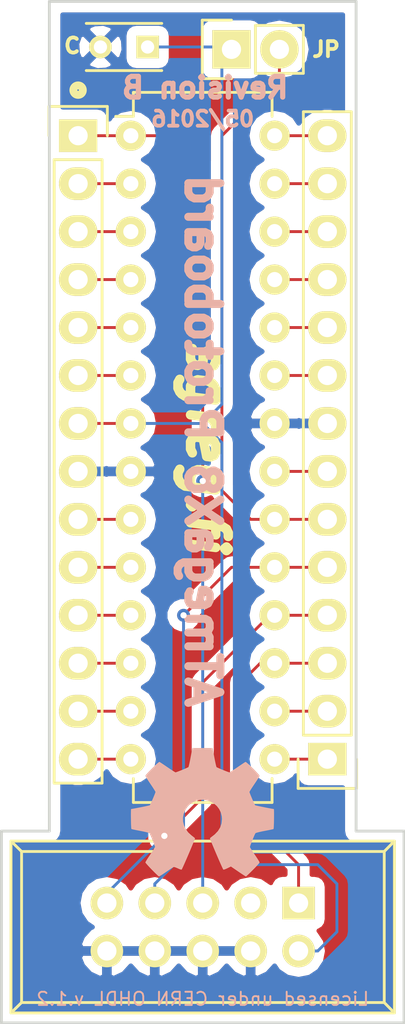
<source format=kicad_pcb>
(kicad_pcb (version 4) (host pcbnew 4.0.2+e4-6225~38~ubuntu15.10.1-stable)

  (general
    (links 42)
    (no_connects 0)
    (area 128.956999 66.472999 150.443001 120.725001)
    (thickness 1.6)
    (drawings 19)
    (tracks 75)
    (zones 0)
    (modules 7)
    (nets 28)
  )

  (page A4)
  (layers
    (0 F.Cu signal)
    (31 B.Cu signal)
    (32 B.Adhes user)
    (33 F.Adhes user)
    (34 B.Paste user)
    (35 F.Paste user)
    (36 B.SilkS user)
    (37 F.SilkS user)
    (38 B.Mask user)
    (39 F.Mask user)
    (40 Dwgs.User user)
    (41 Cmts.User user)
    (42 Eco1.User user)
    (43 Eco2.User user)
    (44 Edge.Cuts user)
    (45 Margin user)
    (46 B.CrtYd user)
    (47 F.CrtYd user)
    (48 B.Fab user)
    (49 F.Fab user)
  )

  (setup
    (last_trace_width 0.1524)
    (trace_clearance 0.1524)
    (zone_clearance 0.508)
    (zone_45_only no)
    (trace_min 0.1524)
    (segment_width 0.2)
    (edge_width 0.15)
    (via_size 0.6858)
    (via_drill 0.3302)
    (via_min_size 0.6858)
    (via_min_drill 0.3302)
    (uvia_size 0.762)
    (uvia_drill 0.508)
    (uvias_allowed no)
    (uvia_min_size 0)
    (uvia_min_drill 0)
    (pcb_text_width 0.3)
    (pcb_text_size 1.5 1.5)
    (mod_edge_width 0.15)
    (mod_text_size 1 1)
    (mod_text_width 0.15)
    (pad_size 1.524 1.524)
    (pad_drill 0.762)
    (pad_to_mask_clearance 0.2)
    (aux_axis_origin 0 0)
    (visible_elements FFFFFF7F)
    (pcbplotparams
      (layerselection 0x00030_80000001)
      (usegerberextensions false)
      (excludeedgelayer true)
      (linewidth 0.100000)
      (plotframeref false)
      (viasonmask false)
      (mode 1)
      (useauxorigin false)
      (hpglpennumber 1)
      (hpglpenspeed 20)
      (hpglpendiameter 15)
      (hpglpenoverlay 2)
      (psnegative false)
      (psa4output false)
      (plotreference true)
      (plotvalue true)
      (plotinvisibletext false)
      (padsonsilk false)
      (subtractmaskfromsilk false)
      (outputformat 1)
      (mirror false)
      (drillshape 1)
      (scaleselection 1)
      (outputdirectory ""))
  )

  (net 0 "")
  (net 1 /VCC)
  (net 2 /GND)
  (net 3 /RESET)
  (net 4 /PD0)
  (net 5 /PD1)
  (net 6 /PD2)
  (net 7 /PD3)
  (net 8 /PD4)
  (net 9 /PB6)
  (net 10 /PB7)
  (net 11 /PD5)
  (net 12 /PD6)
  (net 13 /PD7)
  (net 14 /PB0)
  (net 15 /PB1)
  (net 16 /PB2)
  (net 17 /PB3)
  (net 18 /PB4)
  (net 19 /PB5)
  (net 20 /AVCC)
  (net 21 /AREF)
  (net 22 /PC0)
  (net 23 /PC1)
  (net 24 /PC2)
  (net 25 /PC3)
  (net 26 /PC4)
  (net 27 /PC5)

  (net_class Default "This is the default net class."
    (clearance 0.1524)
    (trace_width 0.1524)
    (via_dia 0.6858)
    (via_drill 0.3302)
    (uvia_dia 0.762)
    (uvia_drill 0.508)
    (add_net /AREF)
    (add_net /AVCC)
    (add_net /GND)
    (add_net /PB0)
    (add_net /PB1)
    (add_net /PB2)
    (add_net /PB3)
    (add_net /PB4)
    (add_net /PB5)
    (add_net /PB6)
    (add_net /PB7)
    (add_net /PC0)
    (add_net /PC1)
    (add_net /PC2)
    (add_net /PC3)
    (add_net /PC4)
    (add_net /PC5)
    (add_net /PD0)
    (add_net /PD1)
    (add_net /PD2)
    (add_net /PD3)
    (add_net /PD4)
    (add_net /PD5)
    (add_net /PD6)
    (add_net /PD7)
    (add_net /RESET)
    (add_net /VCC)
  )

  (module Housings_DIP:DIP-28_W7.62mm (layer F.Cu) (tedit 56DA1F4A) (tstamp 56DA1F50)
    (at 135.89 73.66)
    (descr "28-lead dip package, row spacing 7.62 mm (300 mils)")
    (tags "dil dip 2.54 300")
    (path /56DA1270)
    (fp_text reference IC1 (at 0 -5.22) (layer F.SilkS) hide
      (effects (font (size 1 1) (thickness 0.15)))
    )
    (fp_text value ATMEGA328-P (at 0 -3.72) (layer F.Fab) hide
      (effects (font (size 1 1) (thickness 0.15)))
    )
    (fp_line (start -1.05 -2.45) (end -1.05 35.5) (layer F.CrtYd) (width 0.05))
    (fp_line (start 8.65 -2.45) (end 8.65 35.5) (layer F.CrtYd) (width 0.05))
    (fp_line (start -1.05 -2.45) (end 8.65 -2.45) (layer F.CrtYd) (width 0.05))
    (fp_line (start -1.05 35.5) (end 8.65 35.5) (layer F.CrtYd) (width 0.05))
    (fp_line (start 0.135 -2.295) (end 0.135 -1.025) (layer F.SilkS) (width 0.15))
    (fp_line (start 7.485 -2.295) (end 7.485 -1.025) (layer F.SilkS) (width 0.15))
    (fp_line (start 7.485 35.315) (end 7.485 34.045) (layer F.SilkS) (width 0.15))
    (fp_line (start 0.135 35.315) (end 0.135 34.045) (layer F.SilkS) (width 0.15))
    (fp_line (start 0.135 -2.295) (end 7.485 -2.295) (layer F.SilkS) (width 0.15))
    (fp_line (start 0.135 35.315) (end 7.485 35.315) (layer F.SilkS) (width 0.15))
    (fp_line (start 0.135 -1.025) (end -0.8 -1.025) (layer F.SilkS) (width 0.15))
    (pad 1 thru_hole oval (at 0 0) (size 1.6 1.6) (drill 0.8) (layers *.Cu *.Mask F.SilkS)
      (net 3 /RESET))
    (pad 2 thru_hole oval (at 0 2.54) (size 1.6 1.6) (drill 0.8) (layers *.Cu *.Mask F.SilkS)
      (net 4 /PD0))
    (pad 3 thru_hole oval (at 0 5.08) (size 1.6 1.6) (drill 0.8) (layers *.Cu *.Mask F.SilkS)
      (net 5 /PD1))
    (pad 4 thru_hole oval (at 0 7.62) (size 1.6 1.6) (drill 0.8) (layers *.Cu *.Mask F.SilkS)
      (net 6 /PD2))
    (pad 5 thru_hole oval (at 0 10.16) (size 1.6 1.6) (drill 0.8) (layers *.Cu *.Mask F.SilkS)
      (net 7 /PD3))
    (pad 6 thru_hole oval (at 0 12.7) (size 1.6 1.6) (drill 0.8) (layers *.Cu *.Mask F.SilkS)
      (net 8 /PD4))
    (pad 7 thru_hole oval (at 0 15.24) (size 1.6 1.6) (drill 0.8) (layers *.Cu *.Mask F.SilkS)
      (net 1 /VCC))
    (pad 8 thru_hole oval (at 0 17.78) (size 1.6 1.6) (drill 0.8) (layers *.Cu *.Mask F.SilkS)
      (net 2 /GND))
    (pad 9 thru_hole oval (at 0 20.32) (size 1.6 1.6) (drill 0.8) (layers *.Cu *.Mask F.SilkS)
      (net 9 /PB6))
    (pad 10 thru_hole oval (at 0 22.86) (size 1.6 1.6) (drill 0.8) (layers *.Cu *.Mask F.SilkS)
      (net 10 /PB7))
    (pad 11 thru_hole oval (at 0 25.4) (size 1.6 1.6) (drill 0.8) (layers *.Cu *.Mask F.SilkS)
      (net 11 /PD5))
    (pad 12 thru_hole oval (at 0 27.94) (size 1.6 1.6) (drill 0.8) (layers *.Cu *.Mask F.SilkS)
      (net 12 /PD6))
    (pad 13 thru_hole oval (at 0 30.48) (size 1.6 1.6) (drill 0.8) (layers *.Cu *.Mask F.SilkS)
      (net 13 /PD7))
    (pad 14 thru_hole oval (at 0 33.02) (size 1.6 1.6) (drill 0.8) (layers *.Cu *.Mask F.SilkS)
      (net 14 /PB0))
    (pad 15 thru_hole oval (at 7.62 33.02) (size 1.6 1.6) (drill 0.8) (layers *.Cu *.Mask F.SilkS)
      (net 15 /PB1))
    (pad 16 thru_hole oval (at 7.62 30.48) (size 1.6 1.6) (drill 0.8) (layers *.Cu *.Mask F.SilkS)
      (net 16 /PB2))
    (pad 17 thru_hole oval (at 7.62 27.94) (size 1.6 1.6) (drill 0.8) (layers *.Cu *.Mask F.SilkS)
      (net 17 /PB3))
    (pad 18 thru_hole oval (at 7.62 25.4) (size 1.6 1.6) (drill 0.8) (layers *.Cu *.Mask F.SilkS)
      (net 18 /PB4))
    (pad 19 thru_hole oval (at 7.62 22.86) (size 1.6 1.6) (drill 0.8) (layers *.Cu *.Mask F.SilkS)
      (net 19 /PB5))
    (pad 20 thru_hole oval (at 7.62 20.32) (size 1.6 1.6) (drill 0.8) (layers *.Cu *.Mask F.SilkS)
      (net 20 /AVCC))
    (pad 21 thru_hole oval (at 7.62 17.78) (size 1.6 1.6) (drill 0.8) (layers *.Cu *.Mask F.SilkS)
      (net 21 /AREF))
    (pad 22 thru_hole oval (at 7.62 15.24) (size 1.6 1.6) (drill 0.8) (layers *.Cu *.Mask F.SilkS)
      (net 2 /GND))
    (pad 23 thru_hole oval (at 7.62 12.7) (size 1.6 1.6) (drill 0.8) (layers *.Cu *.Mask F.SilkS)
      (net 22 /PC0))
    (pad 24 thru_hole oval (at 7.62 10.16) (size 1.6 1.6) (drill 0.8) (layers *.Cu *.Mask F.SilkS)
      (net 23 /PC1))
    (pad 25 thru_hole oval (at 7.62 7.62) (size 1.6 1.6) (drill 0.8) (layers *.Cu *.Mask F.SilkS)
      (net 24 /PC2))
    (pad 26 thru_hole oval (at 7.62 5.08) (size 1.6 1.6) (drill 0.8) (layers *.Cu *.Mask F.SilkS)
      (net 25 /PC3))
    (pad 27 thru_hole oval (at 7.62 2.54) (size 1.6 1.6) (drill 0.8) (layers *.Cu *.Mask F.SilkS)
      (net 26 /PC4))
    (pad 28 thru_hole oval (at 7.62 0) (size 1.6 1.6) (drill 0.8) (layers *.Cu *.Mask F.SilkS)
      (net 27 /PC5))
    (model Housings_DIP.3dshapes/DIP-28_W7.62mm.wrl
      (at (xyz 0 0 0))
      (scale (xyz 1 1 1))
      (rotate (xyz 0 0 0))
    )
  )

  (module Capacitors_ThroughHole:C_Rect_L4_W2.5_P2.5 (layer F.Cu) (tedit 56DA1F57) (tstamp 56DA1F30)
    (at 136.779 68.961 180)
    (descr "Film Capacitor Length 4mm x Width 2.5mm, Pitch 2.5mm")
    (tags Capacitor)
    (path /56DA16B2)
    (fp_text reference C1 (at 1.25 -2.5 180) (layer F.SilkS) hide
      (effects (font (size 1 1) (thickness 0.15)))
    )
    (fp_text value 100n (at 1.25 2.5 180) (layer F.Fab) hide
      (effects (font (size 1 1) (thickness 0.15)))
    )
    (fp_line (start -1 -1.5) (end 3.5 -1.5) (layer F.CrtYd) (width 0.05))
    (fp_line (start 3.5 -1.5) (end 3.5 1.5) (layer F.CrtYd) (width 0.05))
    (fp_line (start 3.5 1.5) (end -1 1.5) (layer F.CrtYd) (width 0.05))
    (fp_line (start -1 1.5) (end -1 -1.5) (layer F.CrtYd) (width 0.05))
    (fp_line (start -0.75 -1.25) (end 3.25 -1.25) (layer F.SilkS) (width 0.15))
    (fp_line (start -0.75 1.25) (end 3.25 1.25) (layer F.SilkS) (width 0.15))
    (pad 1 thru_hole rect (at 0 0 180) (size 1.2 1.2) (drill 0.7) (layers *.Cu *.Mask F.SilkS)
      (net 1 /VCC))
    (pad 2 thru_hole circle (at 2.5 0 180) (size 1.2 1.2) (drill 0.7) (layers *.Cu *.Mask F.SilkS)
      (net 2 /GND))
  )

  (module Socket_Strips:Socket_Strip_Straight_1x14 (layer F.Cu) (tedit 56DA1F42) (tstamp 56DA1F62)
    (at 133.096 73.66 270)
    (descr "Through hole socket strip")
    (tags "socket strip")
    (path /56DA143A)
    (fp_text reference P1 (at 0 -5.1 270) (layer F.SilkS) hide
      (effects (font (size 1 1) (thickness 0.15)))
    )
    (fp_text value CONN1 (at 0 -3.1 270) (layer F.Fab) hide
      (effects (font (size 1 1) (thickness 0.15)))
    )
    (fp_line (start -1.75 -1.75) (end -1.75 1.75) (layer F.CrtYd) (width 0.05))
    (fp_line (start 34.8 -1.75) (end 34.8 1.75) (layer F.CrtYd) (width 0.05))
    (fp_line (start -1.75 -1.75) (end 34.8 -1.75) (layer F.CrtYd) (width 0.05))
    (fp_line (start -1.75 1.75) (end 34.8 1.75) (layer F.CrtYd) (width 0.05))
    (fp_line (start 1.27 -1.27) (end 34.29 -1.27) (layer F.SilkS) (width 0.15))
    (fp_line (start 34.29 -1.27) (end 34.29 1.27) (layer F.SilkS) (width 0.15))
    (fp_line (start 34.29 1.27) (end 1.27 1.27) (layer F.SilkS) (width 0.15))
    (fp_line (start -1.55 1.55) (end 0 1.55) (layer F.SilkS) (width 0.15))
    (fp_line (start 1.27 1.27) (end 1.27 -1.27) (layer F.SilkS) (width 0.15))
    (fp_line (start 0 -1.55) (end -1.55 -1.55) (layer F.SilkS) (width 0.15))
    (fp_line (start -1.55 -1.55) (end -1.55 1.55) (layer F.SilkS) (width 0.15))
    (pad 1 thru_hole rect (at 0 0 270) (size 1.7272 2.032) (drill 1.016) (layers *.Cu *.Mask F.SilkS)
      (net 3 /RESET))
    (pad 2 thru_hole oval (at 2.54 0 270) (size 1.7272 2.032) (drill 1.016) (layers *.Cu *.Mask F.SilkS)
      (net 4 /PD0))
    (pad 3 thru_hole oval (at 5.08 0 270) (size 1.7272 2.032) (drill 1.016) (layers *.Cu *.Mask F.SilkS)
      (net 5 /PD1))
    (pad 4 thru_hole oval (at 7.62 0 270) (size 1.7272 2.032) (drill 1.016) (layers *.Cu *.Mask F.SilkS)
      (net 6 /PD2))
    (pad 5 thru_hole oval (at 10.16 0 270) (size 1.7272 2.032) (drill 1.016) (layers *.Cu *.Mask F.SilkS)
      (net 7 /PD3))
    (pad 6 thru_hole oval (at 12.7 0 270) (size 1.7272 2.032) (drill 1.016) (layers *.Cu *.Mask F.SilkS)
      (net 8 /PD4))
    (pad 7 thru_hole oval (at 15.24 0 270) (size 1.7272 2.032) (drill 1.016) (layers *.Cu *.Mask F.SilkS)
      (net 1 /VCC))
    (pad 8 thru_hole oval (at 17.78 0 270) (size 1.7272 2.032) (drill 1.016) (layers *.Cu *.Mask F.SilkS)
      (net 2 /GND))
    (pad 9 thru_hole oval (at 20.32 0 270) (size 1.7272 2.032) (drill 1.016) (layers *.Cu *.Mask F.SilkS)
      (net 9 /PB6))
    (pad 10 thru_hole oval (at 22.86 0 270) (size 1.7272 2.032) (drill 1.016) (layers *.Cu *.Mask F.SilkS)
      (net 10 /PB7))
    (pad 11 thru_hole oval (at 25.4 0 270) (size 1.7272 2.032) (drill 1.016) (layers *.Cu *.Mask F.SilkS)
      (net 11 /PD5))
    (pad 12 thru_hole oval (at 27.94 0 270) (size 1.7272 2.032) (drill 1.016) (layers *.Cu *.Mask F.SilkS)
      (net 12 /PD6))
    (pad 13 thru_hole oval (at 30.48 0 270) (size 1.7272 2.032) (drill 1.016) (layers *.Cu *.Mask F.SilkS)
      (net 13 /PD7))
    (pad 14 thru_hole oval (at 33.02 0 270) (size 1.7272 2.032) (drill 1.016) (layers *.Cu *.Mask F.SilkS)
      (net 14 /PB0))
    (model Socket_Strips.3dshapes/Socket_Strip_Straight_1x14.wrl
      (at (xyz 0.65 0 0))
      (scale (xyz 1 1 1))
      (rotate (xyz 0 0 180))
    )
  )

  (module Socket_Strips:Socket_Strip_Straight_1x14 (layer F.Cu) (tedit 56DA1F60) (tstamp 56DA1F74)
    (at 146.304 106.68 90)
    (descr "Through hole socket strip")
    (tags "socket strip")
    (path /56DA12E7)
    (fp_text reference P2 (at 0 -5.1 90) (layer F.SilkS) hide
      (effects (font (size 1 1) (thickness 0.15)))
    )
    (fp_text value CONN2 (at 0 -3.1 90) (layer F.Fab) hide
      (effects (font (size 1 1) (thickness 0.15)))
    )
    (fp_line (start -1.75 -1.75) (end -1.75 1.75) (layer F.CrtYd) (width 0.05))
    (fp_line (start 34.8 -1.75) (end 34.8 1.75) (layer F.CrtYd) (width 0.05))
    (fp_line (start -1.75 -1.75) (end 34.8 -1.75) (layer F.CrtYd) (width 0.05))
    (fp_line (start -1.75 1.75) (end 34.8 1.75) (layer F.CrtYd) (width 0.05))
    (fp_line (start 1.27 -1.27) (end 34.29 -1.27) (layer F.SilkS) (width 0.15))
    (fp_line (start 34.29 -1.27) (end 34.29 1.27) (layer F.SilkS) (width 0.15))
    (fp_line (start 34.29 1.27) (end 1.27 1.27) (layer F.SilkS) (width 0.15))
    (fp_line (start -1.55 1.55) (end 0 1.55) (layer F.SilkS) (width 0.15))
    (fp_line (start 1.27 1.27) (end 1.27 -1.27) (layer F.SilkS) (width 0.15))
    (fp_line (start 0 -1.55) (end -1.55 -1.55) (layer F.SilkS) (width 0.15))
    (fp_line (start -1.55 -1.55) (end -1.55 1.55) (layer F.SilkS) (width 0.15))
    (pad 1 thru_hole rect (at 0 0 90) (size 1.7272 2.032) (drill 1.016) (layers *.Cu *.Mask F.SilkS)
      (net 15 /PB1))
    (pad 2 thru_hole oval (at 2.54 0 90) (size 1.7272 2.032) (drill 1.016) (layers *.Cu *.Mask F.SilkS)
      (net 16 /PB2))
    (pad 3 thru_hole oval (at 5.08 0 90) (size 1.7272 2.032) (drill 1.016) (layers *.Cu *.Mask F.SilkS)
      (net 17 /PB3))
    (pad 4 thru_hole oval (at 7.62 0 90) (size 1.7272 2.032) (drill 1.016) (layers *.Cu *.Mask F.SilkS)
      (net 18 /PB4))
    (pad 5 thru_hole oval (at 10.16 0 90) (size 1.7272 2.032) (drill 1.016) (layers *.Cu *.Mask F.SilkS)
      (net 19 /PB5))
    (pad 6 thru_hole oval (at 12.7 0 90) (size 1.7272 2.032) (drill 1.016) (layers *.Cu *.Mask F.SilkS)
      (net 20 /AVCC))
    (pad 7 thru_hole oval (at 15.24 0 90) (size 1.7272 2.032) (drill 1.016) (layers *.Cu *.Mask F.SilkS)
      (net 21 /AREF))
    (pad 8 thru_hole oval (at 17.78 0 90) (size 1.7272 2.032) (drill 1.016) (layers *.Cu *.Mask F.SilkS)
      (net 2 /GND))
    (pad 9 thru_hole oval (at 20.32 0 90) (size 1.7272 2.032) (drill 1.016) (layers *.Cu *.Mask F.SilkS)
      (net 22 /PC0))
    (pad 10 thru_hole oval (at 22.86 0 90) (size 1.7272 2.032) (drill 1.016) (layers *.Cu *.Mask F.SilkS)
      (net 23 /PC1))
    (pad 11 thru_hole oval (at 25.4 0 90) (size 1.7272 2.032) (drill 1.016) (layers *.Cu *.Mask F.SilkS)
      (net 24 /PC2))
    (pad 12 thru_hole oval (at 27.94 0 90) (size 1.7272 2.032) (drill 1.016) (layers *.Cu *.Mask F.SilkS)
      (net 25 /PC3))
    (pad 13 thru_hole oval (at 30.48 0 90) (size 1.7272 2.032) (drill 1.016) (layers *.Cu *.Mask F.SilkS)
      (net 26 /PC4))
    (pad 14 thru_hole oval (at 33.02 0 90) (size 1.7272 2.032) (drill 1.016) (layers *.Cu *.Mask F.SilkS)
      (net 27 /PC5))
    (model Socket_Strips.3dshapes/Socket_Strip_Straight_1x14.wrl
      (at (xyz 0.65 0 0))
      (scale (xyz 1 1 1))
      (rotate (xyz 0 0 180))
    )
  )

  (module Connect:IDC_Header_Straight_10pins (layer F.Cu) (tedit 56DA1F51) (tstamp 56DA1F82)
    (at 144.78 114.3 180)
    (descr "10 pins through hole IDC header")
    (tags "IDC header socket VASCH")
    (path /56DA1645)
    (fp_text reference P3 (at 5.08 -7.62 180) (layer F.SilkS) hide
      (effects (font (size 1 1) (thickness 0.15)))
    )
    (fp_text value SERPROG (at 5.08 5.223 180) (layer F.Fab) hide
      (effects (font (size 1 1) (thickness 0.15)))
    )
    (fp_line (start -5.08 -5.82) (end 15.24 -5.82) (layer F.SilkS) (width 0.15))
    (fp_line (start -4.54 -5.27) (end 14.68 -5.27) (layer F.SilkS) (width 0.15))
    (fp_line (start -5.08 3.28) (end 15.24 3.28) (layer F.SilkS) (width 0.15))
    (fp_line (start -4.54 2.73) (end 2.83 2.73) (layer F.SilkS) (width 0.15))
    (fp_line (start 7.33 2.73) (end 14.68 2.73) (layer F.SilkS) (width 0.15))
    (fp_line (start 2.83 2.73) (end 2.83 3.28) (layer F.SilkS) (width 0.15))
    (fp_line (start 7.33 2.73) (end 7.33 3.28) (layer F.SilkS) (width 0.15))
    (fp_line (start -5.08 -5.82) (end -5.08 3.28) (layer F.SilkS) (width 0.15))
    (fp_line (start -4.54 -5.27) (end -4.54 2.73) (layer F.SilkS) (width 0.15))
    (fp_line (start 15.24 -5.82) (end 15.24 3.28) (layer F.SilkS) (width 0.15))
    (fp_line (start 14.68 -5.27) (end 14.68 2.73) (layer F.SilkS) (width 0.15))
    (fp_line (start -5.08 -5.82) (end -4.54 -5.27) (layer F.SilkS) (width 0.15))
    (fp_line (start 15.24 -5.82) (end 14.68 -5.27) (layer F.SilkS) (width 0.15))
    (fp_line (start -5.08 3.28) (end -4.54 2.73) (layer F.SilkS) (width 0.15))
    (fp_line (start 15.24 3.28) (end 14.68 2.73) (layer F.SilkS) (width 0.15))
    (fp_line (start -5.35 -6.05) (end 15.5 -6.05) (layer F.CrtYd) (width 0.05))
    (fp_line (start 15.5 -6.05) (end 15.5 3.55) (layer F.CrtYd) (width 0.05))
    (fp_line (start 15.5 3.55) (end -5.35 3.55) (layer F.CrtYd) (width 0.05))
    (fp_line (start -5.35 3.55) (end -5.35 -6.05) (layer F.CrtYd) (width 0.05))
    (pad 1 thru_hole rect (at 0 0 180) (size 1.7272 1.7272) (drill 1.016) (layers *.Cu *.Mask F.SilkS)
      (net 17 /PB3))
    (pad 2 thru_hole oval (at 0 -2.54 180) (size 1.7272 1.7272) (drill 1.016) (layers *.Cu *.Mask F.SilkS)
      (net 1 /VCC))
    (pad 3 thru_hole oval (at 2.54 0 180) (size 1.7272 1.7272) (drill 1.016) (layers *.Cu *.Mask F.SilkS))
    (pad 4 thru_hole oval (at 2.54 -2.54 180) (size 1.7272 1.7272) (drill 1.016) (layers *.Cu *.Mask F.SilkS)
      (net 2 /GND))
    (pad 5 thru_hole oval (at 5.08 0 180) (size 1.7272 1.7272) (drill 1.016) (layers *.Cu *.Mask F.SilkS)
      (net 3 /RESET))
    (pad 6 thru_hole oval (at 5.08 -2.54 180) (size 1.7272 1.7272) (drill 1.016) (layers *.Cu *.Mask F.SilkS)
      (net 2 /GND))
    (pad 7 thru_hole oval (at 7.62 0 180) (size 1.7272 1.7272) (drill 1.016) (layers *.Cu *.Mask F.SilkS)
      (net 19 /PB5))
    (pad 8 thru_hole oval (at 7.62 -2.54 180) (size 1.7272 1.7272) (drill 1.016) (layers *.Cu *.Mask F.SilkS)
      (net 2 /GND))
    (pad 9 thru_hole oval (at 10.16 0 180) (size 1.7272 1.7272) (drill 1.016) (layers *.Cu *.Mask F.SilkS)
      (net 18 /PB4))
    (pad 10 thru_hole oval (at 10.16 -2.54 180) (size 1.7272 1.7272) (drill 1.016) (layers *.Cu *.Mask F.SilkS)
      (net 2 /GND))
  )

  (module Artwork_4chord-midi:oshw (layer B.Cu) (tedit 0) (tstamp 572B4FE0)
    (at 139.7 109.474 180)
    (fp_text reference G*** (at 0 0 180) (layer B.SilkS) hide
      (effects (font (thickness 0.3)) (justify mirror))
    )
    (fp_text value LOGO (at 0.75 0 180) (layer B.SilkS) hide
      (effects (font (thickness 0.3)) (justify mirror))
    )
    (fp_poly (pts (xy 0.64047 2.889672) (xy 0.670098 2.736551) (xy 0.698254 2.600356) (xy 0.723117 2.489182)
      (xy 0.742866 2.411128) (xy 0.75568 2.37429) (xy 0.756643 2.373046) (xy 0.788504 2.354888)
      (xy 0.8571 2.32307) (xy 0.951446 2.282082) (xy 1.060556 2.236414) (xy 1.173444 2.190554)
      (xy 1.279124 2.148993) (xy 1.366611 2.11622) (xy 1.42492 2.096724) (xy 1.441256 2.093266)
      (xy 1.470221 2.107113) (xy 1.533986 2.145629) (xy 1.625474 2.204277) (xy 1.737608 2.278519)
      (xy 1.863314 2.36382) (xy 1.864193 2.364424) (xy 1.990656 2.45071) (xy 2.104075 2.527104)
      (xy 2.197204 2.588805) (xy 2.262792 2.631009) (xy 2.2935 2.648878) (xy 2.321564 2.635863)
      (xy 2.377672 2.592097) (xy 2.455103 2.524219) (xy 2.547138 2.438868) (xy 2.647056 2.342686)
      (xy 2.748137 2.242312) (xy 2.843662 2.144387) (xy 2.926911 2.055549) (xy 2.991164 1.98244)
      (xy 3.029701 1.931699) (xy 3.037789 1.913435) (xy 3.023934 1.880434) (xy 2.985416 1.812953)
      (xy 2.926805 1.718373) (xy 2.85267 1.604071) (xy 2.769749 1.480603) (xy 2.685 1.354791)
      (xy 2.611274 1.242206) (xy 2.55312 1.15005) (xy 2.515083 1.085528) (xy 2.501708 1.056012)
      (xy 2.511533 1.021422) (xy 2.537966 0.951032) (xy 2.576444 0.8555) (xy 2.622403 0.745482)
      (xy 2.67128 0.631637) (xy 2.718513 0.524623) (xy 2.759538 0.435098) (xy 2.789791 0.37372)
      (xy 2.803062 0.352154) (xy 2.830915 0.343432) (xy 2.899522 0.327195) (xy 2.999456 0.305335)
      (xy 3.121288 0.279747) (xy 3.255592 0.252322) (xy 3.392939 0.224953) (xy 3.523903 0.199533)
      (xy 3.639056 0.177955) (xy 3.728971 0.162111) (xy 3.78422 0.153895) (xy 3.794194 0.153166)
      (xy 3.799541 0.12918) (xy 3.803123 0.063315) (xy 3.805079 -0.035287) (xy 3.805545 -0.157484)
      (xy 3.804662 -0.294135) (xy 3.802566 -0.436098) (xy 3.799395 -0.574233) (xy 3.795288 -0.699397)
      (xy 3.790383 -0.80245) (xy 3.784818 -0.874249) (xy 3.778731 -0.905654) (xy 3.778194 -0.906167)
      (xy 3.745912 -0.91576) (xy 3.671971 -0.932709) (xy 3.564934 -0.955207) (xy 3.433369 -0.981447)
      (xy 3.304036 -1.00621) (xy 3.15499 -1.03581) (xy 3.023696 -1.064907) (xy 2.918664 -1.091384)
      (xy 2.848402 -1.113123) (xy 2.822613 -1.126024) (xy 2.801725 -1.161981) (xy 2.76767 -1.234727)
      (xy 2.724824 -1.333408) (xy 2.677561 -1.447169) (xy 2.630256 -1.565157) (xy 2.587284 -1.676517)
      (xy 2.553021 -1.770395) (xy 2.53184 -1.835936) (xy 2.527141 -1.859089) (xy 2.541084 -1.890255)
      (xy 2.579699 -1.955693) (xy 2.638262 -2.047933) (xy 2.712049 -2.159503) (xy 2.782513 -2.262948)
      (xy 2.865598 -2.385735) (xy 2.937376 -2.496326) (xy 2.993097 -2.587032) (xy 3.028013 -2.650166)
      (xy 3.037789 -2.676161) (xy 3.02058 -2.704816) (xy 2.973437 -2.761962) (xy 2.903086 -2.840681)
      (xy 2.816253 -2.934057) (xy 2.719665 -3.035174) (xy 2.620047 -3.137116) (xy 2.524126 -3.232965)
      (xy 2.438628 -3.315807) (xy 2.370278 -3.378724) (xy 2.325804 -3.414801) (xy 2.313719 -3.420703)
      (xy 2.286552 -3.406926) (xy 2.224849 -3.368779) (xy 2.135991 -3.311037) (xy 2.027362 -3.238477)
      (xy 1.937763 -3.177484) (xy 1.817309 -3.095568) (xy 1.709359 -3.023487) (xy 1.621837 -2.96643)
      (xy 1.562666 -2.929582) (xy 1.542131 -2.918503) (xy 1.500072 -2.921412) (xy 1.427316 -2.943964)
      (xy 1.33813 -2.981625) (xy 1.327437 -2.986734) (xy 1.239165 -3.025589) (xy 1.165842 -3.050898)
      (xy 1.121565 -3.057915) (xy 1.118367 -3.057122) (xy 1.103052 -3.032305) (xy 1.071056 -2.966864)
      (xy 1.025187 -2.86736) (xy 0.968257 -2.740358) (xy 0.903075 -2.59242) (xy 0.832451 -2.430109)
      (xy 0.759196 -2.25999) (xy 0.686118 -2.088624) (xy 0.616029 -1.922574) (xy 0.551738 -1.768405)
      (xy 0.496055 -1.632679) (xy 0.45179 -1.521959) (xy 0.421754 -1.442808) (xy 0.408756 -1.401789)
      (xy 0.408442 -1.399006) (xy 0.427565 -1.377774) (xy 0.47863 -1.33451) (xy 0.552177 -1.27706)
      (xy 0.586148 -1.251586) (xy 0.764056 -1.0918) (xy 0.899483 -0.911344) (xy 0.992014 -0.715978)
      (xy 1.041233 -0.511461) (xy 1.046726 -0.303552) (xy 1.008078 -0.09801) (xy 0.924873 0.099405)
      (xy 0.796696 0.282935) (xy 0.703686 0.37882) (xy 0.527636 0.509759) (xy 0.338522 0.595728)
      (xy 0.142041 0.63924) (xy -0.056112 0.642807) (xy -0.25024 0.608944) (xy -0.434649 0.540164)
      (xy -0.603642 0.43898) (xy -0.751524 0.307906) (xy -0.872599 0.149454) (xy -0.961171 -0.033861)
      (xy -1.011544 -0.239526) (xy -1.021106 -0.382278) (xy -0.996973 -0.610942) (xy -0.92507 -0.822294)
      (xy -0.806135 -1.014937) (xy -0.640909 -1.187474) (xy -0.560621 -1.251586) (xy -0.480668 -1.312545)
      (xy -0.419373 -1.36249) (xy -0.386195 -1.393576) (xy -0.382915 -1.399006) (xy -0.392627 -1.432796)
      (xy -0.419889 -1.505854) (xy -0.461888 -1.611614) (xy -0.515813 -1.743514) (xy -0.578849 -1.894991)
      (xy -0.648186 -2.059481) (xy -0.721011 -2.230421) (xy -0.794511 -2.401249) (xy -0.865874 -2.565399)
      (xy -0.932288 -2.71631) (xy -0.990939 -2.847418) (xy -1.039017 -2.95216) (xy -1.073708 -3.023973)
      (xy -1.092199 -3.056292) (xy -1.093544 -3.057392) (xy -1.132254 -3.053219) (xy -1.202373 -3.029686)
      (xy -1.290304 -2.991543) (xy -1.311532 -2.981245) (xy -1.493367 -2.891223) (xy -1.880328 -3.155963)
      (xy -2.004404 -3.240073) (xy -2.11439 -3.313161) (xy -2.203243 -3.370665) (xy -2.263921 -3.408024)
      (xy -2.289112 -3.420703) (xy -2.313092 -3.403434) (xy -2.36701 -3.355321) (xy -2.44499 -3.281907)
      (xy -2.541156 -3.188735) (xy -2.64963 -3.081347) (xy -2.661598 -3.069368) (xy -2.770297 -2.958356)
      (xy -2.865285 -2.857324) (xy -2.940976 -2.772547) (xy -2.991782 -2.7103) (xy -3.012117 -2.676859)
      (xy -3.012261 -2.675488) (xy -2.998301 -2.641409) (xy -2.959586 -2.573334) (xy -2.900863 -2.478935)
      (xy -2.82688 -2.365885) (xy -2.756985 -2.262948) (xy -2.674043 -2.140894) (xy -2.602348 -2.031881)
      (xy -2.546622 -1.943379) (xy -2.511591 -1.882859) (xy -2.501614 -1.859089) (xy -2.511088 -1.819716)
      (xy -2.536695 -1.744442) (xy -2.574059 -1.64412) (xy -2.618806 -1.529606) (xy -2.66656 -1.411752)
      (xy -2.712947 -1.301415) (xy -2.753591 -1.209446) (xy -2.784118 -1.146702) (xy -2.797086 -1.126024)
      (xy -2.832128 -1.109809) (xy -2.908984 -1.087103) (xy -3.019146 -1.060024) (xy -3.154104 -1.030689)
      (xy -3.278509 -1.00621) (xy -3.42458 -0.978173) (xy -3.553663 -0.952285) (xy -3.657194 -0.930355)
      (xy -3.726605 -0.914191) (xy -3.752666 -0.906167) (xy -3.758791 -0.878619) (xy -3.764406 -0.809899)
      (xy -3.769373 -0.709149) (xy -3.773553 -0.585509) (xy -3.776808 -0.448121) (xy -3.779001 -0.306128)
      (xy -3.779993 -0.168669) (xy -3.779646 -0.044888) (xy -3.777823 0.056076) (xy -3.774385 0.12508)
      (xy -3.769193 0.152982) (xy -3.768666 0.153166) (xy -3.729137 0.157972) (xy -3.651344 0.171127)
      (xy -3.544713 0.19074) (xy -3.418672 0.214916) (xy -3.282649 0.241764) (xy -3.146071 0.269391)
      (xy -3.018365 0.295904) (xy -2.90896 0.31941) (xy -2.827281 0.338017) (xy -2.782758 0.349832)
      (xy -2.777534 0.352154) (xy -2.758993 0.383818) (xy -2.726083 0.452034) (xy -2.683366 0.546144)
      (xy -2.635405 0.65549) (xy -2.586764 0.769414) (xy -2.542006 0.877258) (xy -2.505694 0.968365)
      (xy -2.482391 1.032076) (xy -2.476181 1.056012) (xy -2.489993 1.086325) (xy -2.528396 1.151358)
      (xy -2.586843 1.243907) (xy -2.660786 1.356767) (xy -2.744221 1.480603) (xy -2.829098 1.607034)
      (xy -2.902909 1.720942) (xy -2.961085 1.81495) (xy -2.999056 1.881678) (xy -3.012261 1.913435)
      (xy -2.994894 1.945312) (xy -2.947272 2.004042) (xy -2.876116 2.082985) (xy -2.788145 2.175501)
      (xy -2.69008 2.274949) (xy -2.588639 2.37469) (xy -2.490544 2.468084) (xy -2.402513 2.54849)
      (xy -2.331268 2.609269) (xy -2.283527 2.643781) (xy -2.267972 2.648878) (xy -2.236853 2.630752)
      (xy -2.171006 2.588366) (xy -2.077679 2.526524) (xy -1.964121 2.450027) (xy -1.838666 2.364424)
      (xy -1.712893 2.279064) (xy -1.600643 2.204731) (xy -1.508991 2.145963) (xy -1.445015 2.107296)
      (xy -1.415792 2.093267) (xy -1.415729 2.093266) (xy -1.379984 2.102737) (xy -1.308527 2.128154)
      (xy -1.212343 2.16503) (xy -1.102418 2.208874) (xy -0.989737 2.255197) (xy -0.885287 2.299509)
      (xy -0.800052 2.337322) (xy -0.745018 2.364146) (xy -0.731115 2.373046) (xy -0.719232 2.404529)
      (xy -0.700201 2.478176) (xy -0.675843 2.585891) (xy -0.647978 2.719576) (xy -0.618428 2.871133)
      (xy -0.614942 2.889672) (xy -0.522655 3.382412) (xy 0.548183 3.382412) (xy 0.64047 2.889672)) (layer B.SilkS) (width 0.002))
  )

  (module Socket_Strips:Socket_Strip_Straight_1x02 (layer F.Cu) (tedit 572B52C8) (tstamp 572B5272)
    (at 141.224 69.088)
    (descr "Through hole socket strip")
    (tags "socket strip")
    (path /572B519E)
    (fp_text reference JP1 (at 0 -5.1) (layer F.SilkS) hide
      (effects (font (size 1 1) (thickness 0.15)))
    )
    (fp_text value JUMPER (at 0 -3.1) (layer F.Fab) hide
      (effects (font (size 1 1) (thickness 0.15)))
    )
    (fp_line (start -1.55 1.55) (end 0 1.55) (layer F.SilkS) (width 0.15))
    (fp_line (start 3.81 1.27) (end 1.27 1.27) (layer F.SilkS) (width 0.15))
    (fp_line (start -1.75 -1.75) (end -1.75 1.75) (layer F.CrtYd) (width 0.05))
    (fp_line (start 4.3 -1.75) (end 4.3 1.75) (layer F.CrtYd) (width 0.05))
    (fp_line (start -1.75 -1.75) (end 4.3 -1.75) (layer F.CrtYd) (width 0.05))
    (fp_line (start -1.75 1.75) (end 4.3 1.75) (layer F.CrtYd) (width 0.05))
    (fp_line (start 1.27 1.27) (end 1.27 -1.27) (layer F.SilkS) (width 0.15))
    (fp_line (start 0 -1.55) (end -1.55 -1.55) (layer F.SilkS) (width 0.15))
    (fp_line (start -1.55 -1.55) (end -1.55 1.55) (layer F.SilkS) (width 0.15))
    (fp_line (start 1.27 -1.27) (end 3.81 -1.27) (layer F.SilkS) (width 0.15))
    (fp_line (start 3.81 -1.27) (end 3.81 1.27) (layer F.SilkS) (width 0.15))
    (pad 1 thru_hole rect (at 0 0) (size 2.032 2.032) (drill 1.016) (layers *.Cu *.Mask F.SilkS)
      (net 1 /VCC))
    (pad 2 thru_hole oval (at 2.54 0) (size 2.032 2.032) (drill 1.016) (layers *.Cu *.Mask F.SilkS)
      (net 20 /AVCC))
    (model Socket_Strips.3dshapes/Socket_Strip_Straight_1x02.wrl
      (at (xyz 0.05 0 0))
      (scale (xyz 1 1 1))
      (rotate (xyz 0 0 180))
    )
  )

  (gr_circle (center 133.096 71.247) (end 133.096 71.3105) (layer F.SilkS) (width 0.2))
  (gr_circle (center 133.096 71.247) (end 133.1595 71.374) (layer F.SilkS) (width 0.2))
  (gr_text JP (at 146.2405 69.088) (layer F.SilkS)
    (effects (font (size 0.8 0.8) (thickness 0.2)))
  )
  (gr_circle (center 133.096 71.247) (end 133.223 71.374) (layer F.SilkS) (width 0.2))
  (gr_circle (center 133.096 71.247) (end 133.35 71.501) (layer F.SilkS) (width 0.2))
  (gr_text C (at 132.7785 68.8975) (layer F.SilkS)
    (effects (font (size 0.8 0.8) (thickness 0.2)))
  )
  (gr_line (start 129.032 110.49) (end 129.032 120.65) (angle 90) (layer Edge.Cuts) (width 0.15))
  (gr_line (start 131.572 110.49) (end 129.032 110.49) (angle 90) (layer Edge.Cuts) (width 0.15))
  (gr_line (start 131.572 66.548) (end 131.572 110.49) (angle 90) (layer Edge.Cuts) (width 0.15))
  (gr_line (start 147.828 66.548) (end 131.572 66.548) (angle 90) (layer Edge.Cuts) (width 0.15))
  (gr_line (start 147.828 110.49) (end 147.828 66.548) (angle 90) (layer Edge.Cuts) (width 0.15))
  (gr_line (start 150.368 110.49) (end 147.828 110.49) (angle 90) (layer Edge.Cuts) (width 0.15))
  (gr_line (start 150.368 120.65) (end 150.368 110.49) (angle 90) (layer Edge.Cuts) (width 0.15))
  (gr_line (start 129.032 120.65) (end 150.368 120.65) (angle 90) (layer Edge.Cuts) (width 0.15))
  (gr_text sgreg.fi (at 139.954 90.17 270) (layer F.SilkS)
    (effects (font (size 2 2) (thickness 0.5) italic))
  )
  (gr_text "Licensed under CERN OHDL v.1.2" (at 139.7 119.38) (layer B.SilkS)
    (effects (font (size 0.7 0.7) (thickness 0.1)) (justify mirror))
  )
  (gr_text 05/2016 (at 139.7 72.771) (layer B.SilkS)
    (effects (font (size 0.8 0.8) (thickness 0.2)) (justify mirror))
  )
  (gr_text "Revision B" (at 139.827 71.12) (layer B.SilkS)
    (effects (font (size 1.1 1.1) (thickness 0.275)) (justify mirror))
  )
  (gr_text "ATmegaX8 Protoboard" (at 139.7 104.14 270) (layer B.SilkS)
    (effects (font (size 1.7 1.7) (thickness 0.425)) (justify left mirror))
  )

  (segment (start 135.89 88.9) (end 139.7 88.9) (width 0.1524) (layer B.Cu) (net 1))
  (segment (start 139.7 88.9) (end 140.716 87.884) (width 0.1524) (layer B.Cu) (net 1) (tstamp 572B553E))
  (segment (start 140.716 87.884) (end 140.716 69.596) (width 0.1524) (layer B.Cu) (net 1) (tstamp 572B553F))
  (segment (start 140.716 69.596) (end 141.224 69.088) (width 0.1524) (layer B.Cu) (net 1) (tstamp 572B5541))
  (segment (start 136.779 68.961) (end 141.097 68.961) (width 0.1524) (layer B.Cu) (net 1))
  (segment (start 141.097 68.961) (end 141.224 69.088) (width 0.1524) (layer B.Cu) (net 1) (tstamp 572B54F4))
  (segment (start 140.716 69.596) (end 141.224 69.088) (width 0.1524) (layer B.Cu) (net 1) (tstamp 572B54F1))
  (segment (start 139.7 88.9) (end 140.716 89.916) (width 0.1524) (layer B.Cu) (net 1) (tstamp 572B4364))
  (segment (start 145.796 116.84) (end 144.78 116.84) (width 0.1524) (layer B.Cu) (net 1) (tstamp 572B437D))
  (segment (start 146.812 115.824) (end 145.796 116.84) (width 0.1524) (layer B.Cu) (net 1) (tstamp 572B437C))
  (segment (start 146.812 113.284) (end 146.812 115.824) (width 0.1524) (layer B.Cu) (net 1) (tstamp 572B437A))
  (segment (start 145.796 112.268) (end 146.812 113.284) (width 0.1524) (layer B.Cu) (net 1) (tstamp 572B4378))
  (segment (start 141.732 112.268) (end 145.796 112.268) (width 0.1524) (layer B.Cu) (net 1) (tstamp 572B4376))
  (segment (start 140.716 111.252) (end 141.732 112.268) (width 0.1524) (layer B.Cu) (net 1) (tstamp 572B4374))
  (segment (start 140.716 89.916) (end 140.716 111.252) (width 0.1524) (layer B.Cu) (net 1) (tstamp 572B4366))
  (segment (start 133.096 88.9) (end 135.89 88.9) (width 0.1524) (layer F.Cu) (net 1))
  (segment (start 139.7 114.3) (end 139.7 91.948) (width 0.1524) (layer B.Cu) (net 3))
  (segment (start 137.668 73.66) (end 135.89 73.66) (width 0.1524) (layer F.Cu) (net 3) (tstamp 572B4348))
  (segment (start 139.7 75.692) (end 137.668 73.66) (width 0.1524) (layer F.Cu) (net 3) (tstamp 572B4344))
  (segment (start 139.7 91.948) (end 139.7 75.692) (width 0.1524) (layer F.Cu) (net 3) (tstamp 572B4343))
  (via (at 139.7 91.948) (size 0.6858) (drill 0.3302) (layers F.Cu B.Cu) (net 3))
  (segment (start 135.89 73.914) (end 135.89 73.66) (width 0.1524) (layer F.Cu) (net 3) (tstamp 572B40B3))
  (segment (start 133.096 73.66) (end 135.89 73.66) (width 0.1524) (layer F.Cu) (net 3))
  (segment (start 133.096 76.2) (end 135.89 76.2) (width 0.1524) (layer F.Cu) (net 4))
  (segment (start 133.096 78.74) (end 135.89 78.74) (width 0.1524) (layer F.Cu) (net 5))
  (segment (start 133.096 81.28) (end 135.89 81.28) (width 0.1524) (layer F.Cu) (net 6))
  (segment (start 133.096 83.82) (end 135.89 83.82) (width 0.1524) (layer F.Cu) (net 7))
  (segment (start 133.096 86.36) (end 135.89 86.36) (width 0.1524) (layer F.Cu) (net 8))
  (segment (start 133.096 93.98) (end 135.89 93.98) (width 0.1524) (layer F.Cu) (net 9))
  (segment (start 133.096 96.52) (end 135.89 96.52) (width 0.1524) (layer F.Cu) (net 10))
  (segment (start 133.096 99.06) (end 135.89 99.06) (width 0.1524) (layer F.Cu) (net 11))
  (segment (start 133.096 101.6) (end 135.89 101.6) (width 0.1524) (layer F.Cu) (net 12))
  (segment (start 133.096 104.14) (end 135.89 104.14) (width 0.1524) (layer F.Cu) (net 13))
  (segment (start 133.096 106.68) (end 135.89 106.68) (width 0.1524) (layer F.Cu) (net 14))
  (segment (start 143.51 106.68) (end 146.304 106.68) (width 0.1524) (layer F.Cu) (net 15))
  (segment (start 143.51 104.14) (end 146.304 104.14) (width 0.1524) (layer F.Cu) (net 16))
  (segment (start 144.78 114.3) (end 144.78 112.268) (width 0.1524) (layer F.Cu) (net 17))
  (segment (start 141.732 102.616) (end 142.748 101.6) (width 0.1524) (layer F.Cu) (net 17) (tstamp 572B4CB9))
  (segment (start 141.732 109.22) (end 141.732 102.616) (width 0.1524) (layer F.Cu) (net 17) (tstamp 572B4CB6))
  (segment (start 144.78 112.268) (end 141.732 109.22) (width 0.1524) (layer F.Cu) (net 17) (tstamp 572B4CAF))
  (segment (start 142.748 101.6) (end 143.51 101.6) (width 0.1524) (layer F.Cu) (net 17) (tstamp 572B4CBD))
  (segment (start 142.748 101.6) (end 143.51 101.6) (width 0.1524) (layer F.Cu) (net 17) (tstamp 572B432D))
  (segment (start 143.51 101.6) (end 143.256 101.6) (width 0.1524) (layer F.Cu) (net 17))
  (segment (start 143.51 101.6) (end 146.304 101.6) (width 0.1524) (layer F.Cu) (net 17))
  (segment (start 143.51 99.06) (end 143.256 99.06) (width 0.1524) (layer F.Cu) (net 18))
  (segment (start 143.256 99.06) (end 139.7 102.616) (width 0.1524) (layer F.Cu) (net 18) (tstamp 572B4C6B))
  (segment (start 137.668 110.744) (end 134.62 113.792) (width 0.1524) (layer B.Cu) (net 18) (tstamp 572B4C84))
  (via (at 137.668 110.744) (size 0.6858) (drill 0.3302) (layers F.Cu B.Cu) (net 18))
  (segment (start 139.7 108.712) (end 137.668 110.744) (width 0.1524) (layer F.Cu) (net 18) (tstamp 572B4C7C))
  (segment (start 139.7 102.616) (end 139.7 108.712) (width 0.1524) (layer F.Cu) (net 18) (tstamp 572B4C73))
  (segment (start 134.62 113.792) (end 134.62 114.3) (width 0.1524) (layer B.Cu) (net 18) (tstamp 572B4C85))
  (segment (start 134.62 114.3) (end 134.62 113.792) (width 0.1524) (layer B.Cu) (net 18))
  (segment (start 134.62 114.3) (end 134.62 113.538) (width 0.1524) (layer B.Cu) (net 18))
  (segment (start 143.51 99.06) (end 146.304 99.06) (width 0.1524) (layer F.Cu) (net 18))
  (segment (start 137.16 114.3) (end 137.16 113.284) (width 0.1524) (layer B.Cu) (net 19))
  (segment (start 141.224 96.52) (end 143.51 96.52) (width 0.1524) (layer F.Cu) (net 19) (tstamp 572B4643))
  (segment (start 138.684 99.06) (end 141.224 96.52) (width 0.1524) (layer F.Cu) (net 19) (tstamp 572B4642))
  (via (at 138.684 99.06) (size 0.6858) (drill 0.3302) (layers F.Cu B.Cu) (net 19))
  (segment (start 138.684 111.76) (end 138.684 99.06) (width 0.1524) (layer B.Cu) (net 19) (tstamp 572B4635))
  (segment (start 137.16 113.284) (end 138.684 111.76) (width 0.1524) (layer B.Cu) (net 19) (tstamp 572B4631))
  (segment (start 137.16 114.3) (end 137.16 113.538) (width 0.1524) (layer F.Cu) (net 19))
  (segment (start 143.51 96.52) (end 146.304 96.52) (width 0.1524) (layer F.Cu) (net 19))
  (segment (start 143.51 93.98) (end 142.24 93.98) (width 0.1524) (layer F.Cu) (net 20))
  (segment (start 143.764 70.612) (end 143.764 69.088) (width 0.1524) (layer F.Cu) (net 20) (tstamp 572B5604))
  (segment (start 140.716 73.66) (end 143.764 70.612) (width 0.1524) (layer F.Cu) (net 20) (tstamp 572B5602))
  (segment (start 140.716 92.456) (end 140.716 73.66) (width 0.1524) (layer F.Cu) (net 20) (tstamp 572B55FE))
  (segment (start 142.24 93.98) (end 140.716 92.456) (width 0.1524) (layer F.Cu) (net 20) (tstamp 572B55FB))
  (segment (start 143.51 93.98) (end 146.304 93.98) (width 0.1524) (layer F.Cu) (net 20))
  (segment (start 143.51 91.44) (end 146.304 91.44) (width 0.1524) (layer F.Cu) (net 21))
  (segment (start 143.51 86.36) (end 146.304 86.36) (width 0.1524) (layer F.Cu) (net 22))
  (segment (start 143.51 83.82) (end 146.304 83.82) (width 0.1524) (layer F.Cu) (net 23))
  (segment (start 143.51 81.28) (end 146.304 81.28) (width 0.1524) (layer F.Cu) (net 24))
  (segment (start 143.51 78.74) (end 146.304 78.74) (width 0.1524) (layer F.Cu) (net 25))
  (segment (start 146.304 76.2) (end 143.51 76.2) (width 0.1524) (layer F.Cu) (net 26))
  (segment (start 143.51 73.66) (end 146.304 73.66) (width 0.1524) (layer F.Cu) (net 27))

  (zone (net 2) (net_name /GND) (layer F.Cu) (tstamp 572B497A) (hatch edge 0.508)
    (connect_pads (clearance 0.508))
    (min_thickness 0.254)
    (fill yes (arc_segments 16) (thermal_gap 0.508) (thermal_bridge_width 0.508))
    (polygon
      (pts
        (xy 147.701 110.617) (xy 150.241 110.617) (xy 150.241 120.523) (xy 129.159 120.523) (xy 129.159 110.617)
        (xy 131.699 110.617) (xy 131.699 66.675) (xy 147.701 66.675) (xy 147.701 110.617)
      )
    )
    (filled_polygon
      (pts
        (xy 138.9888 75.986588) (xy 138.9888 91.276206) (xy 138.87146 91.393341) (xy 138.72227 91.75263) (xy 138.721931 92.141663)
        (xy 138.870493 92.501212) (xy 139.145341 92.77654) (xy 139.50463 92.92573) (xy 139.893663 92.926069) (xy 140.126806 92.829737)
        (xy 140.213106 92.958894) (xy 141.737105 94.482894) (xy 141.891274 94.585906) (xy 141.967836 94.637063) (xy 142.24 94.6912)
        (xy 142.264398 94.6912) (xy 142.467189 94.994698) (xy 142.849275 95.25) (xy 142.467189 95.505302) (xy 142.264398 95.8088)
        (xy 141.224 95.8088) (xy 140.951836 95.862937) (xy 140.951834 95.862938) (xy 140.951835 95.862938) (xy 140.721105 96.017106)
        (xy 138.656136 98.082075) (xy 138.490337 98.081931) (xy 138.130788 98.230493) (xy 137.85546 98.505341) (xy 137.70627 98.86463)
        (xy 137.705931 99.253663) (xy 137.854493 99.613212) (xy 138.129341 99.88854) (xy 138.48863 100.03773) (xy 138.877663 100.038069)
        (xy 139.237212 99.889507) (xy 139.51254 99.614659) (xy 139.66173 99.25537) (xy 139.661876 99.087912) (xy 141.518589 97.2312)
        (xy 142.264398 97.2312) (xy 142.467189 97.534698) (xy 142.849275 97.79) (xy 142.467189 98.045302) (xy 142.15612 98.510849)
        (xy 142.046887 99.06) (xy 142.080621 99.229591) (xy 139.197106 102.113106) (xy 139.042937 102.343835) (xy 139.042937 102.343836)
        (xy 138.9888 102.616) (xy 138.9888 108.417412) (xy 137.640137 109.766075) (xy 137.474337 109.765931) (xy 137.114788 109.914493)
        (xy 136.83946 110.189341) (xy 136.69027 110.54863) (xy 136.689931 110.937663) (xy 136.838493 111.297212) (xy 137.113341 111.57254)
        (xy 137.47263 111.72173) (xy 137.861663 111.722069) (xy 138.221212 111.573507) (xy 138.49654 111.298659) (xy 138.64573 110.93937)
        (xy 138.645876 110.771912) (xy 140.202894 109.214894) (xy 140.357063 108.984165) (xy 140.4112 108.712) (xy 140.4112 102.910588)
        (xy 142.12761 101.194179) (xy 142.122539 101.219673) (xy 141.229106 102.113106) (xy 141.074937 102.343835) (xy 141.074937 102.343836)
        (xy 141.0208 102.616) (xy 141.0208 109.22) (xy 141.074937 109.492165) (xy 141.229106 109.722894) (xy 144.0688 112.562588)
        (xy 144.0688 112.78896) (xy 143.9164 112.78896) (xy 143.681083 112.833238) (xy 143.464959 112.97231) (xy 143.319969 113.18451)
        (xy 143.311092 113.228345) (xy 142.842848 112.915474) (xy 142.269359 112.8014) (xy 142.210641 112.8014) (xy 141.637152 112.915474)
        (xy 141.150971 113.24033) (xy 140.97 113.511172) (xy 140.789029 113.24033) (xy 140.302848 112.915474) (xy 139.729359 112.8014)
        (xy 139.670641 112.8014) (xy 139.097152 112.915474) (xy 138.610971 113.24033) (xy 138.43 113.511172) (xy 138.249029 113.24033)
        (xy 137.762848 112.915474) (xy 137.189359 112.8014) (xy 137.130641 112.8014) (xy 136.557152 112.915474) (xy 136.070971 113.24033)
        (xy 135.89 113.511172) (xy 135.709029 113.24033) (xy 135.222848 112.915474) (xy 134.649359 112.8014) (xy 134.590641 112.8014)
        (xy 134.017152 112.915474) (xy 133.530971 113.24033) (xy 133.206115 113.726511) (xy 133.092041 114.3) (xy 133.206115 114.873489)
        (xy 133.530971 115.35967) (xy 133.854228 115.575664) (xy 133.73151 115.633179) (xy 133.337312 116.065053) (xy 133.165042 116.480974)
        (xy 133.286183 116.713) (xy 134.493 116.713) (xy 134.493 116.693) (xy 134.747 116.693) (xy 134.747 116.713)
        (xy 137.033 116.713) (xy 137.033 116.693) (xy 137.287 116.693) (xy 137.287 116.713) (xy 139.573 116.713)
        (xy 139.573 116.693) (xy 139.827 116.693) (xy 139.827 116.713) (xy 142.113 116.713) (xy 142.113 116.693)
        (xy 142.367 116.693) (xy 142.367 116.713) (xy 142.387 116.713) (xy 142.387 116.967) (xy 142.367 116.967)
        (xy 142.367 118.174469) (xy 142.599027 118.294968) (xy 143.12849 118.046821) (xy 143.510008 117.628839) (xy 143.690971 117.89967)
        (xy 144.177152 118.224526) (xy 144.750641 118.3386) (xy 144.809359 118.3386) (xy 145.382848 118.224526) (xy 145.869029 117.89967)
        (xy 146.193885 117.413489) (xy 146.307959 116.84) (xy 146.193885 116.266511) (xy 145.869029 115.78033) (xy 145.855358 115.771195)
        (xy 145.878917 115.766762) (xy 146.095041 115.62769) (xy 146.240031 115.41549) (xy 146.29104 115.1636) (xy 146.29104 113.4364)
        (xy 146.246762 113.201083) (xy 146.10769 112.984959) (xy 145.89549 112.839969) (xy 145.6436 112.78896) (xy 145.4912 112.78896)
        (xy 145.4912 112.268) (xy 145.437063 111.995836) (xy 145.437063 111.995835) (xy 145.282894 111.765106) (xy 142.4432 108.925412)
        (xy 142.4432 107.658796) (xy 142.467189 107.694698) (xy 142.932736 108.005767) (xy 143.481887 108.115) (xy 143.538113 108.115)
        (xy 144.087264 108.005767) (xy 144.552811 107.694698) (xy 144.643463 107.559028) (xy 144.684838 107.778917) (xy 144.82391 107.995041)
        (xy 145.03611 108.140031) (xy 145.288 108.19104) (xy 147.118 108.19104) (xy 147.118 110.49) (xy 147.172046 110.761705)
        (xy 147.325954 110.992046) (xy 147.556295 111.145954) (xy 147.828 111.2) (xy 149.658 111.2) (xy 149.658 119.94)
        (xy 129.742 119.94) (xy 129.742 117.199026) (xy 133.165042 117.199026) (xy 133.337312 117.614947) (xy 133.73151 118.046821)
        (xy 134.260973 118.294968) (xy 134.493 118.174469) (xy 134.493 116.967) (xy 134.747 116.967) (xy 134.747 118.174469)
        (xy 134.979027 118.294968) (xy 135.50849 118.046821) (xy 135.89 117.628848) (xy 136.27151 118.046821) (xy 136.800973 118.294968)
        (xy 137.033 118.174469) (xy 137.033 116.967) (xy 137.287 116.967) (xy 137.287 118.174469) (xy 137.519027 118.294968)
        (xy 138.04849 118.046821) (xy 138.43 117.628848) (xy 138.81151 118.046821) (xy 139.340973 118.294968) (xy 139.573 118.174469)
        (xy 139.573 116.967) (xy 139.827 116.967) (xy 139.827 118.174469) (xy 140.059027 118.294968) (xy 140.58849 118.046821)
        (xy 140.97 117.628848) (xy 141.35151 118.046821) (xy 141.880973 118.294968) (xy 142.113 118.174469) (xy 142.113 116.967)
        (xy 139.827 116.967) (xy 139.573 116.967) (xy 137.287 116.967) (xy 137.033 116.967) (xy 134.747 116.967)
        (xy 134.493 116.967) (xy 133.286183 116.967) (xy 133.165042 117.199026) (xy 129.742 117.199026) (xy 129.742 111.2)
        (xy 131.572 111.2) (xy 131.843705 111.145954) (xy 132.074046 110.992046) (xy 132.227954 110.761705) (xy 132.282 110.49)
        (xy 132.282 108.027264) (xy 132.337766 108.064526) (xy 132.911255 108.1786) (xy 133.280745 108.1786) (xy 133.854234 108.064526)
        (xy 134.340415 107.73967) (xy 134.573255 107.3912) (xy 134.644398 107.3912) (xy 134.847189 107.694698) (xy 135.312736 108.005767)
        (xy 135.861887 108.115) (xy 135.918113 108.115) (xy 136.467264 108.005767) (xy 136.932811 107.694698) (xy 137.24388 107.229151)
        (xy 137.353113 106.68) (xy 137.24388 106.130849) (xy 136.932811 105.665302) (xy 136.550725 105.41) (xy 136.932811 105.154698)
        (xy 137.24388 104.689151) (xy 137.353113 104.14) (xy 137.24388 103.590849) (xy 136.932811 103.125302) (xy 136.550725 102.87)
        (xy 136.932811 102.614698) (xy 137.24388 102.149151) (xy 137.353113 101.6) (xy 137.24388 101.050849) (xy 136.932811 100.585302)
        (xy 136.550725 100.33) (xy 136.932811 100.074698) (xy 137.24388 99.609151) (xy 137.353113 99.06) (xy 137.24388 98.510849)
        (xy 136.932811 98.045302) (xy 136.550725 97.79) (xy 136.932811 97.534698) (xy 137.24388 97.069151) (xy 137.353113 96.52)
        (xy 137.24388 95.970849) (xy 136.932811 95.505302) (xy 136.550725 95.25) (xy 136.932811 94.994698) (xy 137.24388 94.529151)
        (xy 137.353113 93.98) (xy 137.24388 93.430849) (xy 136.932811 92.965302) (xy 136.528297 92.695014) (xy 136.745134 92.592389)
        (xy 137.121041 92.177423) (xy 137.281904 91.789039) (xy 137.159915 91.567) (xy 136.017 91.567) (xy 136.017 91.587)
        (xy 135.763 91.587) (xy 135.763 91.567) (xy 134.620085 91.567) (xy 134.600669 91.602341) (xy 134.582217 91.567)
        (xy 133.223 91.567) (xy 133.223 91.587) (xy 132.969 91.587) (xy 132.969 91.567) (xy 132.949 91.567)
        (xy 132.949 91.313) (xy 132.969 91.313) (xy 132.969 91.293) (xy 133.223 91.293) (xy 133.223 91.313)
        (xy 134.582217 91.313) (xy 134.600669 91.277659) (xy 134.620085 91.313) (xy 135.763 91.313) (xy 135.763 91.293)
        (xy 136.017 91.293) (xy 136.017 91.313) (xy 137.159915 91.313) (xy 137.281904 91.090961) (xy 137.121041 90.702577)
        (xy 136.745134 90.287611) (xy 136.528297 90.184986) (xy 136.932811 89.914698) (xy 137.24388 89.449151) (xy 137.353113 88.9)
        (xy 137.24388 88.350849) (xy 136.932811 87.885302) (xy 136.550725 87.63) (xy 136.932811 87.374698) (xy 137.24388 86.909151)
        (xy 137.353113 86.36) (xy 137.24388 85.810849) (xy 136.932811 85.345302) (xy 136.550725 85.09) (xy 136.932811 84.834698)
        (xy 137.24388 84.369151) (xy 137.353113 83.82) (xy 137.24388 83.270849) (xy 136.932811 82.805302) (xy 136.550725 82.55)
        (xy 136.932811 82.294698) (xy 137.24388 81.829151) (xy 137.353113 81.28) (xy 137.24388 80.730849) (xy 136.932811 80.265302)
        (xy 136.550725 80.01) (xy 136.932811 79.754698) (xy 137.24388 79.289151) (xy 137.353113 78.74) (xy 137.24388 78.190849)
        (xy 136.932811 77.725302) (xy 136.550725 77.47) (xy 136.932811 77.214698) (xy 137.24388 76.749151) (xy 137.353113 76.2)
        (xy 137.24388 75.650849) (xy 136.932811 75.185302) (xy 136.550725 74.93) (xy 136.932811 74.674698) (xy 137.135602 74.3712)
        (xy 137.373412 74.3712)
      )
    )
    (filled_polygon
      (pts
        (xy 142.046887 73.66) (xy 142.15612 74.209151) (xy 142.467189 74.674698) (xy 142.849275 74.93) (xy 142.467189 75.185302)
        (xy 142.15612 75.650849) (xy 142.046887 76.2) (xy 142.15612 76.749151) (xy 142.467189 77.214698) (xy 142.849275 77.47)
        (xy 142.467189 77.725302) (xy 142.15612 78.190849) (xy 142.046887 78.74) (xy 142.15612 79.289151) (xy 142.467189 79.754698)
        (xy 142.849275 80.01) (xy 142.467189 80.265302) (xy 142.15612 80.730849) (xy 142.046887 81.28) (xy 142.15612 81.829151)
        (xy 142.467189 82.294698) (xy 142.849275 82.55) (xy 142.467189 82.805302) (xy 142.15612 83.270849) (xy 142.046887 83.82)
        (xy 142.15612 84.369151) (xy 142.467189 84.834698) (xy 142.849275 85.09) (xy 142.467189 85.345302) (xy 142.15612 85.810849)
        (xy 142.046887 86.36) (xy 142.15612 86.909151) (xy 142.467189 87.374698) (xy 142.871703 87.644986) (xy 142.654866 87.747611)
        (xy 142.278959 88.162577) (xy 142.118096 88.550961) (xy 142.240085 88.773) (xy 143.383 88.773) (xy 143.383 88.753)
        (xy 143.637 88.753) (xy 143.637 88.773) (xy 144.779915 88.773) (xy 144.799331 88.737659) (xy 144.817783 88.773)
        (xy 146.177 88.773) (xy 146.177 88.753) (xy 146.431 88.753) (xy 146.431 88.773) (xy 146.451 88.773)
        (xy 146.451 89.027) (xy 146.431 89.027) (xy 146.431 89.047) (xy 146.177 89.047) (xy 146.177 89.027)
        (xy 144.817783 89.027) (xy 144.799331 89.062341) (xy 144.779915 89.027) (xy 143.637 89.027) (xy 143.637 89.047)
        (xy 143.383 89.047) (xy 143.383 89.027) (xy 142.240085 89.027) (xy 142.118096 89.249039) (xy 142.278959 89.637423)
        (xy 142.654866 90.052389) (xy 142.871703 90.155014) (xy 142.467189 90.425302) (xy 142.15612 90.890849) (xy 142.046887 91.44)
        (xy 142.15612 91.989151) (xy 142.467189 92.454698) (xy 142.849275 92.71) (xy 142.467189 92.965302) (xy 142.372621 93.106832)
        (xy 141.4272 92.161412) (xy 141.4272 73.954588) (xy 142.12761 73.254178)
      )
    )
    (filled_polygon
      (pts
        (xy 147.118 72.312736) (xy 147.062234 72.275474) (xy 146.488745 72.1614) (xy 146.119255 72.1614) (xy 145.545766 72.275474)
        (xy 145.059585 72.60033) (xy 144.826745 72.9488) (xy 144.755602 72.9488) (xy 144.552811 72.645302) (xy 144.087264 72.334233)
        (xy 143.538113 72.225) (xy 143.481887 72.225) (xy 143.076065 72.305723) (xy 144.266894 71.114894) (xy 144.421063 70.884165)
        (xy 144.4752 70.612) (xy 144.4752 70.581891) (xy 144.963778 70.255433) (xy 145.32167 69.71981) (xy 145.447345 69.088)
        (xy 145.32167 68.45619) (xy 144.963778 67.920567) (xy 144.428155 67.562675) (xy 143.796345 67.437) (xy 143.731655 67.437)
        (xy 143.099845 67.562675) (xy 142.797038 67.765004) (xy 142.70409 67.620559) (xy 142.49189 67.475569) (xy 142.24 67.42456)
        (xy 140.208 67.42456) (xy 139.972683 67.468838) (xy 139.756559 67.60791) (xy 139.611569 67.82011) (xy 139.56056 68.072)
        (xy 139.56056 70.104) (xy 139.604838 70.339317) (xy 139.74391 70.555441) (xy 139.95611 70.700431) (xy 140.208 70.75144)
        (xy 142.24 70.75144) (xy 142.475317 70.707162) (xy 142.691441 70.56809) (xy 142.798233 70.411794) (xy 142.894257 70.475955)
        (xy 140.213106 73.157106) (xy 140.058937 73.387835) (xy 140.058937 73.387836) (xy 140.0048 73.66) (xy 140.0048 74.991012)
        (xy 138.170894 73.157106) (xy 137.940165 73.002937) (xy 137.668 72.9488) (xy 137.135602 72.9488) (xy 136.932811 72.645302)
        (xy 136.467264 72.334233) (xy 135.918113 72.225) (xy 135.861887 72.225) (xy 135.312736 72.334233) (xy 134.847189 72.645302)
        (xy 134.756537 72.780972) (xy 134.715162 72.561083) (xy 134.57609 72.344959) (xy 134.36389 72.199969) (xy 134.112 72.14896)
        (xy 132.282 72.14896) (xy 132.282 69.823735) (xy 133.59587 69.823735) (xy 133.645383 70.049164) (xy 134.110036 70.208807)
        (xy 134.600413 70.178482) (xy 134.912617 70.049164) (xy 134.96213 69.823735) (xy 134.279 69.140605) (xy 133.59587 69.823735)
        (xy 132.282 69.823735) (xy 132.282 68.792036) (xy 133.031193 68.792036) (xy 133.061518 69.282413) (xy 133.190836 69.594617)
        (xy 133.416265 69.64413) (xy 134.099395 68.961) (xy 134.458605 68.961) (xy 135.141735 69.64413) (xy 135.367164 69.594617)
        (xy 135.526807 69.129964) (xy 135.496482 68.639587) (xy 135.381089 68.361) (xy 135.53156 68.361) (xy 135.53156 69.561)
        (xy 135.575838 69.796317) (xy 135.71491 70.012441) (xy 135.92711 70.157431) (xy 136.179 70.20844) (xy 137.379 70.20844)
        (xy 137.614317 70.164162) (xy 137.830441 70.02509) (xy 137.975431 69.81289) (xy 138.02644 69.561) (xy 138.02644 68.361)
        (xy 137.982162 68.125683) (xy 137.84309 67.909559) (xy 137.63089 67.764569) (xy 137.379 67.71356) (xy 136.179 67.71356)
        (xy 135.943683 67.757838) (xy 135.727559 67.89691) (xy 135.582569 68.10911) (xy 135.53156 68.361) (xy 135.381089 68.361)
        (xy 135.367164 68.327383) (xy 135.141735 68.27787) (xy 134.458605 68.961) (xy 134.099395 68.961) (xy 133.416265 68.27787)
        (xy 133.190836 68.327383) (xy 133.031193 68.792036) (xy 132.282 68.792036) (xy 132.282 68.098265) (xy 133.59587 68.098265)
        (xy 134.279 68.781395) (xy 134.96213 68.098265) (xy 134.912617 67.872836) (xy 134.447964 67.713193) (xy 133.957587 67.743518)
        (xy 133.645383 67.872836) (xy 133.59587 68.098265) (xy 132.282 68.098265) (xy 132.282 67.258) (xy 147.118 67.258)
      )
    )
  )
  (zone (net 2) (net_name /GND) (layer B.Cu) (tstamp 572B4A1C) (hatch edge 0.508)
    (connect_pads (clearance 0.508))
    (min_thickness 0.254)
    (fill yes (arc_segments 16) (thermal_gap 0.508) (thermal_bridge_width 0.508))
    (polygon
      (pts
        (xy 147.701 110.617) (xy 150.241 110.617) (xy 150.241 120.523) (xy 129.159 120.523) (xy 129.159 110.617)
        (xy 131.699 110.617) (xy 131.699 66.675) (xy 147.701 66.675) (xy 147.701 110.617)
      )
    )
    (filled_polygon
      (pts
        (xy 147.118 72.312736) (xy 147.062234 72.275474) (xy 146.488745 72.1614) (xy 146.119255 72.1614) (xy 145.545766 72.275474)
        (xy 145.059585 72.60033) (xy 144.791173 73.002036) (xy 144.552811 72.645302) (xy 144.087264 72.334233) (xy 143.538113 72.225)
        (xy 143.481887 72.225) (xy 142.932736 72.334233) (xy 142.467189 72.645302) (xy 142.15612 73.110849) (xy 142.046887 73.66)
        (xy 142.15612 74.209151) (xy 142.467189 74.674698) (xy 142.849275 74.93) (xy 142.467189 75.185302) (xy 142.15612 75.650849)
        (xy 142.046887 76.2) (xy 142.15612 76.749151) (xy 142.467189 77.214698) (xy 142.849275 77.47) (xy 142.467189 77.725302)
        (xy 142.15612 78.190849) (xy 142.046887 78.74) (xy 142.15612 79.289151) (xy 142.467189 79.754698) (xy 142.849275 80.01)
        (xy 142.467189 80.265302) (xy 142.15612 80.730849) (xy 142.046887 81.28) (xy 142.15612 81.829151) (xy 142.467189 82.294698)
        (xy 142.849275 82.55) (xy 142.467189 82.805302) (xy 142.15612 83.270849) (xy 142.046887 83.82) (xy 142.15612 84.369151)
        (xy 142.467189 84.834698) (xy 142.849275 85.09) (xy 142.467189 85.345302) (xy 142.15612 85.810849) (xy 142.046887 86.36)
        (xy 142.15612 86.909151) (xy 142.467189 87.374698) (xy 142.871703 87.644986) (xy 142.654866 87.747611) (xy 142.278959 88.162577)
        (xy 142.118096 88.550961) (xy 142.240085 88.773) (xy 143.383 88.773) (xy 143.383 88.753) (xy 143.637 88.753)
        (xy 143.637 88.773) (xy 144.779915 88.773) (xy 144.799331 88.737659) (xy 144.817783 88.773) (xy 146.177 88.773)
        (xy 146.177 88.753) (xy 146.431 88.753) (xy 146.431 88.773) (xy 146.451 88.773) (xy 146.451 89.027)
        (xy 146.431 89.027) (xy 146.431 89.047) (xy 146.177 89.047) (xy 146.177 89.027) (xy 144.817783 89.027)
        (xy 144.799331 89.062341) (xy 144.779915 89.027) (xy 143.637 89.027) (xy 143.637 89.047) (xy 143.383 89.047)
        (xy 143.383 89.027) (xy 142.240085 89.027) (xy 142.118096 89.249039) (xy 142.278959 89.637423) (xy 142.654866 90.052389)
        (xy 142.871703 90.155014) (xy 142.467189 90.425302) (xy 142.15612 90.890849) (xy 142.046887 91.44) (xy 142.15612 91.989151)
        (xy 142.467189 92.454698) (xy 142.849275 92.71) (xy 142.467189 92.965302) (xy 142.15612 93.430849) (xy 142.046887 93.98)
        (xy 142.15612 94.529151) (xy 142.467189 94.994698) (xy 142.849275 95.25) (xy 142.467189 95.505302) (xy 142.15612 95.970849)
        (xy 142.046887 96.52) (xy 142.15612 97.069151) (xy 142.467189 97.534698) (xy 142.849275 97.79) (xy 142.467189 98.045302)
        (xy 142.15612 98.510849) (xy 142.046887 99.06) (xy 142.15612 99.609151) (xy 142.467189 100.074698) (xy 142.849275 100.33)
        (xy 142.467189 100.585302) (xy 142.15612 101.050849) (xy 142.046887 101.6) (xy 142.15612 102.149151) (xy 142.467189 102.614698)
        (xy 142.849275 102.87) (xy 142.467189 103.125302) (xy 142.15612 103.590849) (xy 142.046887 104.14) (xy 142.15612 104.689151)
        (xy 142.467189 105.154698) (xy 142.849275 105.41) (xy 142.467189 105.665302) (xy 142.15612 106.130849) (xy 142.046887 106.68)
        (xy 142.15612 107.229151) (xy 142.467189 107.694698) (xy 142.932736 108.005767) (xy 143.481887 108.115) (xy 143.538113 108.115)
        (xy 144.087264 108.005767) (xy 144.552811 107.694698) (xy 144.643463 107.559028) (xy 144.684838 107.778917) (xy 144.82391 107.995041)
        (xy 145.03611 108.140031) (xy 145.288 108.19104) (xy 147.118 108.19104) (xy 147.118 110.49) (xy 147.172046 110.761705)
        (xy 147.325954 110.992046) (xy 147.556295 111.145954) (xy 147.828 111.2) (xy 149.658 111.2) (xy 149.658 119.94)
        (xy 129.742 119.94) (xy 129.742 117.199026) (xy 133.165042 117.199026) (xy 133.337312 117.614947) (xy 133.73151 118.046821)
        (xy 134.260973 118.294968) (xy 134.493 118.174469) (xy 134.493 116.967) (xy 134.747 116.967) (xy 134.747 118.174469)
        (xy 134.979027 118.294968) (xy 135.50849 118.046821) (xy 135.89 117.628848) (xy 136.27151 118.046821) (xy 136.800973 118.294968)
        (xy 137.033 118.174469) (xy 137.033 116.967) (xy 137.287 116.967) (xy 137.287 118.174469) (xy 137.519027 118.294968)
        (xy 138.04849 118.046821) (xy 138.43 117.628848) (xy 138.81151 118.046821) (xy 139.340973 118.294968) (xy 139.573 118.174469)
        (xy 139.573 116.967) (xy 139.827 116.967) (xy 139.827 118.174469) (xy 140.059027 118.294968) (xy 140.58849 118.046821)
        (xy 140.97 117.628848) (xy 141.35151 118.046821) (xy 141.880973 118.294968) (xy 142.113 118.174469) (xy 142.113 116.967)
        (xy 139.827 116.967) (xy 139.573 116.967) (xy 137.287 116.967) (xy 137.033 116.967) (xy 134.747 116.967)
        (xy 134.493 116.967) (xy 133.286183 116.967) (xy 133.165042 117.199026) (xy 129.742 117.199026) (xy 129.742 111.2)
        (xy 131.572 111.2) (xy 131.843705 111.145954) (xy 132.074046 110.992046) (xy 132.227954 110.761705) (xy 132.282 110.49)
        (xy 132.282 108.027264) (xy 132.337766 108.064526) (xy 132.911255 108.1786) (xy 133.280745 108.1786) (xy 133.854234 108.064526)
        (xy 134.340415 107.73967) (xy 134.608827 107.337964) (xy 134.847189 107.694698) (xy 135.312736 108.005767) (xy 135.861887 108.115)
        (xy 135.918113 108.115) (xy 136.467264 108.005767) (xy 136.932811 107.694698) (xy 137.24388 107.229151) (xy 137.353113 106.68)
        (xy 137.24388 106.130849) (xy 136.932811 105.665302) (xy 136.550725 105.41) (xy 136.932811 105.154698) (xy 137.24388 104.689151)
        (xy 137.353113 104.14) (xy 137.24388 103.590849) (xy 136.932811 103.125302) (xy 136.550725 102.87) (xy 136.932811 102.614698)
        (xy 137.24388 102.149151) (xy 137.353113 101.6) (xy 137.24388 101.050849) (xy 136.932811 100.585302) (xy 136.550725 100.33)
        (xy 136.932811 100.074698) (xy 137.24388 99.609151) (xy 137.353113 99.06) (xy 137.24388 98.510849) (xy 136.932811 98.045302)
        (xy 136.550725 97.79) (xy 136.932811 97.534698) (xy 137.24388 97.069151) (xy 137.353113 96.52) (xy 137.24388 95.970849)
        (xy 136.932811 95.505302) (xy 136.550725 95.25) (xy 136.932811 94.994698) (xy 137.24388 94.529151) (xy 137.353113 93.98)
        (xy 137.24388 93.430849) (xy 136.932811 92.965302) (xy 136.528297 92.695014) (xy 136.745134 92.592389) (xy 137.121041 92.177423)
        (xy 137.281904 91.789039) (xy 137.159915 91.567) (xy 136.017 91.567) (xy 136.017 91.587) (xy 135.763 91.587)
        (xy 135.763 91.567) (xy 134.620085 91.567) (xy 134.600669 91.602341) (xy 134.582217 91.567) (xy 133.223 91.567)
        (xy 133.223 91.587) (xy 132.969 91.587) (xy 132.969 91.567) (xy 132.949 91.567) (xy 132.949 91.313)
        (xy 132.969 91.313) (xy 132.969 91.293) (xy 133.223 91.293) (xy 133.223 91.313) (xy 134.582217 91.313)
        (xy 134.600669 91.277659) (xy 134.620085 91.313) (xy 135.763 91.313) (xy 135.763 91.293) (xy 136.017 91.293)
        (xy 136.017 91.313) (xy 137.159915 91.313) (xy 137.281904 91.090961) (xy 137.121041 90.702577) (xy 136.745134 90.287611)
        (xy 136.528297 90.184986) (xy 136.932811 89.914698) (xy 137.135602 89.6112) (xy 139.405412 89.6112) (xy 140.0048 90.210588)
        (xy 140.0048 91.015709) (xy 139.89537 90.97027) (xy 139.506337 90.969931) (xy 139.146788 91.118493) (xy 138.87146 91.393341)
        (xy 138.72227 91.75263) (xy 138.721931 92.141663) (xy 138.870493 92.501212) (xy 138.9888 92.619726) (xy 138.9888 98.127709)
        (xy 138.87937 98.08227) (xy 138.490337 98.081931) (xy 138.130788 98.230493) (xy 137.85546 98.505341) (xy 137.70627 98.86463)
        (xy 137.705931 99.253663) (xy 137.854493 99.613212) (xy 137.9728 99.731726) (xy 137.9728 109.811709) (xy 137.86337 109.76627)
        (xy 137.474337 109.765931) (xy 137.114788 109.914493) (xy 136.83946 110.189341) (xy 136.69027 110.54863) (xy 136.690124 110.716088)
        (xy 134.604812 112.8014) (xy 134.590641 112.8014) (xy 134.017152 112.915474) (xy 133.530971 113.24033) (xy 133.206115 113.726511)
        (xy 133.092041 114.3) (xy 133.206115 114.873489) (xy 133.530971 115.35967) (xy 133.854228 115.575664) (xy 133.73151 115.633179)
        (xy 133.337312 116.065053) (xy 133.165042 116.480974) (xy 133.286183 116.713) (xy 134.493 116.713) (xy 134.493 116.693)
        (xy 134.747 116.693) (xy 134.747 116.713) (xy 137.033 116.713) (xy 137.033 116.693) (xy 137.287 116.693)
        (xy 137.287 116.713) (xy 139.573 116.713) (xy 139.573 116.693) (xy 139.827 116.693) (xy 139.827 116.713)
        (xy 142.113 116.713) (xy 142.113 116.693) (xy 142.367 116.693) (xy 142.367 116.713) (xy 142.387 116.713)
        (xy 142.387 116.967) (xy 142.367 116.967) (xy 142.367 118.174469) (xy 142.599027 118.294968) (xy 143.12849 118.046821)
        (xy 143.510008 117.628839) (xy 143.690971 117.89967) (xy 144.177152 118.224526) (xy 144.750641 118.3386) (xy 144.809359 118.3386)
        (xy 145.382848 118.224526) (xy 145.869029 117.89967) (xy 146.193885 117.413489) (xy 146.193984 117.412993) (xy 146.298894 117.342894)
        (xy 147.314894 116.326894) (xy 147.469063 116.096165) (xy 147.5232 115.824) (xy 147.5232 113.284) (xy 147.50341 113.18451)
        (xy 147.469063 113.011835) (xy 147.314894 112.781106) (xy 146.298894 111.765106) (xy 146.068165 111.610937) (xy 145.796 111.5568)
        (xy 142.026588 111.5568) (xy 141.4272 110.957412) (xy 141.4272 89.916) (xy 141.373063 89.643836) (xy 141.373063 89.643835)
        (xy 141.218894 89.413106) (xy 140.705788 88.9) (xy 141.218894 88.386894) (xy 141.373063 88.156165) (xy 141.4272 87.884)
        (xy 141.4272 70.75144) (xy 142.24 70.75144) (xy 142.475317 70.707162) (xy 142.691441 70.56809) (xy 142.798233 70.411794)
        (xy 143.099845 70.613325) (xy 143.731655 70.739) (xy 143.796345 70.739) (xy 144.428155 70.613325) (xy 144.963778 70.255433)
        (xy 145.32167 69.71981) (xy 145.447345 69.088) (xy 145.32167 68.45619) (xy 144.963778 67.920567) (xy 144.428155 67.562675)
        (xy 143.796345 67.437) (xy 143.731655 67.437) (xy 143.099845 67.562675) (xy 142.797038 67.765004) (xy 142.70409 67.620559)
        (xy 142.49189 67.475569) (xy 142.24 67.42456) (xy 140.208 67.42456) (xy 139.972683 67.468838) (xy 139.756559 67.60791)
        (xy 139.611569 67.82011) (xy 139.56056 68.072) (xy 139.56056 68.2498) (xy 138.005516 68.2498) (xy 137.982162 68.125683)
        (xy 137.84309 67.909559) (xy 137.63089 67.764569) (xy 137.379 67.71356) (xy 136.179 67.71356) (xy 135.943683 67.757838)
        (xy 135.727559 67.89691) (xy 135.582569 68.10911) (xy 135.53156 68.361) (xy 135.53156 69.561) (xy 135.575838 69.796317)
        (xy 135.71491 70.012441) (xy 135.92711 70.157431) (xy 136.179 70.20844) (xy 137.379 70.20844) (xy 137.614317 70.164162)
        (xy 137.830441 70.02509) (xy 137.975431 69.81289) (xy 138.003921 69.6722) (xy 139.56056 69.6722) (xy 139.56056 70.104)
        (xy 139.604838 70.339317) (xy 139.74391 70.555441) (xy 139.95611 70.700431) (xy 140.0048 70.710291) (xy 140.0048 87.589412)
        (xy 139.405412 88.1888) (xy 137.135602 88.1888) (xy 136.932811 87.885302) (xy 136.550725 87.63) (xy 136.932811 87.374698)
        (xy 137.24388 86.909151) (xy 137.353113 86.36) (xy 137.24388 85.810849) (xy 136.932811 85.345302) (xy 136.550725 85.09)
        (xy 136.932811 84.834698) (xy 137.24388 84.369151) (xy 137.353113 83.82) (xy 137.24388 83.270849) (xy 136.932811 82.805302)
        (xy 136.550725 82.55) (xy 136.932811 82.294698) (xy 137.24388 81.829151) (xy 137.353113 81.28) (xy 137.24388 80.730849)
        (xy 136.932811 80.265302) (xy 136.550725 80.01) (xy 136.932811 79.754698) (xy 137.24388 79.289151) (xy 137.353113 78.74)
        (xy 137.24388 78.190849) (xy 136.932811 77.725302) (xy 136.550725 77.47) (xy 136.932811 77.214698) (xy 137.24388 76.749151)
        (xy 137.353113 76.2) (xy 137.24388 75.650849) (xy 136.932811 75.185302) (xy 136.550725 74.93) (xy 136.932811 74.674698)
        (xy 137.24388 74.209151) (xy 137.353113 73.66) (xy 137.24388 73.110849) (xy 136.932811 72.645302) (xy 136.467264 72.334233)
        (xy 135.918113 72.225) (xy 135.861887 72.225) (xy 135.312736 72.334233) (xy 134.847189 72.645302) (xy 134.756537 72.780972)
        (xy 134.715162 72.561083) (xy 134.57609 72.344959) (xy 134.36389 72.199969) (xy 134.112 72.14896) (xy 132.282 72.14896)
        (xy 132.282 69.823735) (xy 133.59587 69.823735) (xy 133.645383 70.049164) (xy 134.110036 70.208807) (xy 134.600413 70.178482)
        (xy 134.912617 70.049164) (xy 134.96213 69.823735) (xy 134.279 69.140605) (xy 133.59587 69.823735) (xy 132.282 69.823735)
        (xy 132.282 68.792036) (xy 133.031193 68.792036) (xy 133.061518 69.282413) (xy 133.190836 69.594617) (xy 133.416265 69.64413)
        (xy 134.099395 68.961) (xy 134.458605 68.961) (xy 135.141735 69.64413) (xy 135.367164 69.594617) (xy 135.526807 69.129964)
        (xy 135.496482 68.639587) (xy 135.367164 68.327383) (xy 135.141735 68.27787) (xy 134.458605 68.961) (xy 134.099395 68.961)
        (xy 133.416265 68.27787) (xy 133.190836 68.327383) (xy 133.031193 68.792036) (xy 132.282 68.792036) (xy 132.282 68.098265)
        (xy 133.59587 68.098265) (xy 134.279 68.781395) (xy 134.96213 68.098265) (xy 134.912617 67.872836) (xy 134.447964 67.713193)
        (xy 133.957587 67.743518) (xy 133.645383 67.872836) (xy 133.59587 68.098265) (xy 132.282 68.098265) (xy 132.282 67.258)
        (xy 147.118 67.258)
      )
    )
  )
)

</source>
